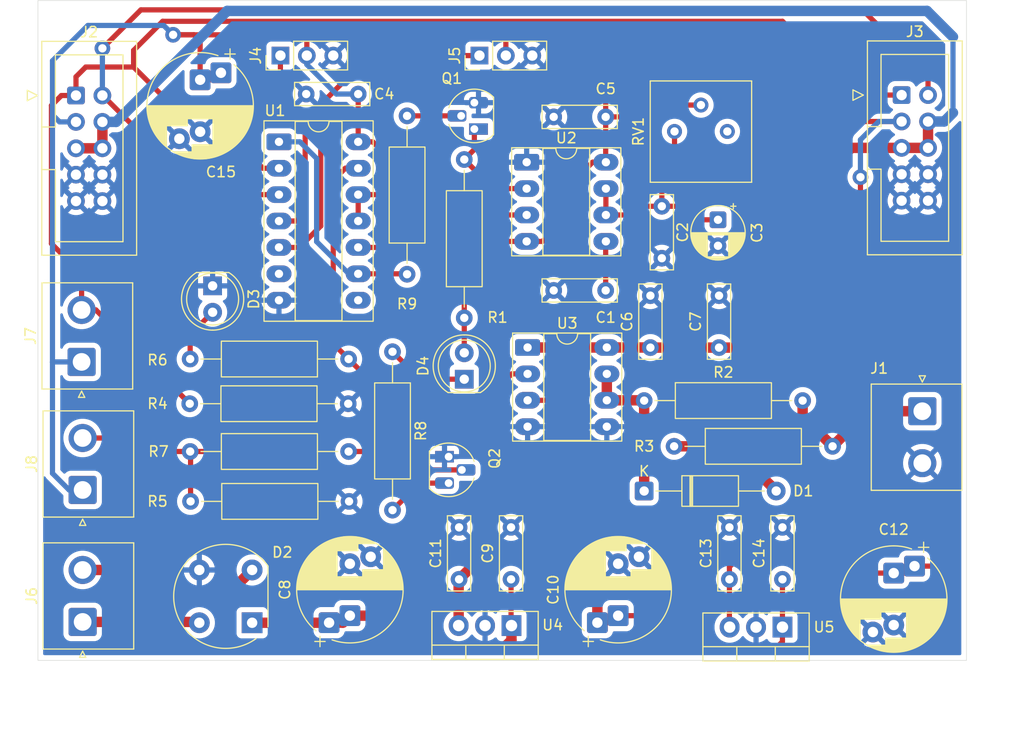
<source format=kicad_pcb>
(kicad_pcb (version 20241229) (generator "pcbnew") (generator_version "9.0")
  (layers (0 "F.Cu" signal) (2 "B.Cu" signal) (13 "F.Paste" user) (15 "B.Paste" user) (5 "F.SilkS" user "F.Silkscreen") (7 "B.SilkS" user "B.Silkscreen") (1 "F.Mask" user) (3 "B.Mask" user) (25 "Edge.Cuts" user))
  (net 0 "")
  (net 1 "Net-(U2-CV)")
  (net 2 "GND")
  (net 3 "Net-(U2-DIS)")
  (net 4 "VDD")
  (net 5 "Net-(D2-+)")
  (net 6 "+5V")
  (net 7 "Net-(D1-A)")
  (net 8 "Net-(D1-K)")
  (net 9 "Net-(J6-Pin_1)")
  (net 10 "Net-(J6-Pin_2)")
  (net 11 "Net-(J1-Pin_1)")
  (net 12 "SAFETY")
  (net 13 "TRIGGER")
  (net 14 "LASER1")
  (net 15 "LASER2")
  (net 16 "Net-(Q1-C)")
  (net 17 "Net-(Q1-B)")
  (net 19 "Net-(U2-Q)")
  (net 20 "FIRE_PIN")
  (net 21 "Net-(D3-A)")
  (net 22 "Net-(D4-K)")
  (net 23 "Net-(Q2-E)")
  (net 24 "Net-(Q2-B)")
  (net 25 "Net-(R9-Pad1)")
  (footprint "Package_DIP:DIP-8_W7.62mm_Socket_LongPads" (layer "F.Cu") (at 115.59 61.59)
    (property "Reference" "U3" (at 3.81 -2.33 0) (layer "F.SilkS"))
    (property "Value" "FAN3122xMX")
    (pad "1" thru_hole roundrect (at 0 0) (size 2.4 1.6) (drill 0.8) (layers "*.Cu" "*.Mask") (roundrect_rratio 0.15625) (net 4 "VDD"))
    (pad "2" thru_hole oval (at 0 2.54) (size 2.4 1.6) (drill 0.8) (layers "*.Cu" "*.Mask") (net 20 "FIRE_PIN"))
    (pad "3" thru_hole oval (at 0 5.08) (size 2.4 1.6) (drill 0.8) (layers "*.Cu" "*.Mask") (net 4 "VDD"))
    (pad "4" thru_hole oval (at 0 7.62) (size 2.4 1.6) (drill 0.8) (layers "*.Cu" "*.Mask") (net 2 "GND"))
    (pad "5" thru_hole oval (at 7.62 7.62) (size 2.4 1.6) (drill 0.8) (layers "*.Cu" "*.Mask") (net 2 "GND"))
    (pad "6" thru_hole oval (at 7.62 5.08) (size 2.4 1.6) (drill 0.8) (layers "*.Cu" "*.Mask") (net 8 "Net-(D1-K)"))
    (pad "7" thru_hole oval (at 7.62 2.54) (size 2.4 1.6) (drill 0.8) (layers "*.Cu" "*.Mask") (net 8 "Net-(D1-K)"))
    (pad "8" thru_hole oval (at 7.62 0) (size 2.4 1.6) (drill 0.8) (layers "*.Cu" "*.Mask") (net 4 "VDD"))
  )
  (footprint "Capacitor_THT:CP_Radial_D10.0mm_P5.00mm_P7.50mm" (layer "F.Cu") (at 98.5 87.4 90)
    (property "Reference" "C8" (at 2.5 -6.25 90) (layer "F.SilkS"))
    (property "Value" "1000uF")
    (pad "1" thru_hole roundrect (at -0.672144 -2 90) (size 2 2) (drill 1) (layers "*.Cu" "*.Mask") (roundrect_rratio 0.125) (net 5 "Net-(D2-+)"))
    (pad "1" thru_hole roundrect (at 0 0 90) (size 2 2) (drill 1) (layers "*.Cu" "*.Mask") (roundrect_rratio 0.125) (net 5 "Net-(D2-+)"))
    (pad "2" thru_hole circle (at 5 0 90) (size 2 2) (drill 1) (layers "*.Cu" "*.Mask") (net 2 "GND"))
    (pad "2" thru_hole circle (at 5.672144 2 90) (size 2 2) (drill 1) (layers "*.Cu" "*.Mask") (net 2 "GND"))
  )
  (footprint "Capacitor_THT:C_Rect_L7.0mm_W2.0mm_P5.00mm" (layer "F.Cu") (at 128.5 48 -90)
    (property "Reference" "C2" (at 2.5 -2 90) (layer "F.SilkS"))
    (property "Value" "C")
    (pad "1" thru_hole circle (at 0 0 270) (size 1.6 1.6) (drill 0.8) (layers "*.Cu" "*.Mask") (net 3 "Net-(U2-DIS)"))
    (pad "2" thru_hole circle (at 5 0 270) (size 1.6 1.6) (drill 0.8) (layers "*.Cu" "*.Mask") (net 2 "GND"))
  )
  (footprint "LED_THT:LED_D5.0mm" (layer "F.Cu") (at 85.3 55.66 -90)
    (property "Reference" "D3" (at 1.27 -3.96 90) (layer "F.SilkS"))
    (property "Value" "LED")
    (pad "1" thru_hole rect (at 0 0 270) (size 1.8 1.8) (drill 0.9) (layers "*.Cu" "*.Mask") (net 2 "GND"))
    (pad "2" thru_hole circle (at 2.54 0 270) (size 1.8 1.8) (drill 0.9) (layers "*.Cu" "*.Mask") (net 21 "Net-(D3-A)"))
  )
  (footprint "Connector_JST:JST_NV_B02P-NV_1x02_P5.00mm_Vertical" (layer "F.Cu") (at 72.7 62.9775 90)
    (property "Reference" "J7" (at 2.5 -4.9 90) (layer "F.SilkS"))
    (property "Value" "Conn_01x02")
    (pad "1" thru_hole roundrect (at 0 0 90) (size 2.7 2.7) (drill 1.7) (layers "*.Cu" "*.Mask") (roundrect_rratio 0.092593) (net 6 "+5V"))
    (pad "2" thru_hole circle (at 5 0 90) (size 2.7 2.7) (drill 1.7) (layers "*.Cu" "*.Mask") (net 13 "TRIGGER"))
  )
  (footprint "Package_DIP:CERDIP-14_W7.62mm_SideBrazed_LongPads_Socket" (layer "F.Cu") (at 91.68 41.8)
    (property "Reference" "U1" (at -0.38 -3 0) (layer "F.SilkS"))
    (property "Value" "4082")
    (pad "1" thru_hole roundrect (at 0 0) (size 2.4 1.6) (drill 0.8) (layers "*.Cu" "*.Mask") (roundrect_rratio 0.15625) (net 25 "Net-(R9-Pad1)"))
    (pad "2" thru_hole oval (at 0 2.54) (size 2.4 1.6) (drill 0.8) (layers "*.Cu" "*.Mask") (net 13 "TRIGGER"))
    (pad "3" thru_hole oval (at 0 5.08) (size 2.4 1.6) (drill 0.8) (layers "*.Cu" "*.Mask") (net 12 "SAFETY"))
    (pad "4" thru_hole oval (at 0 7.62) (size 2.4 1.6) (drill 0.8) (layers "*.Cu" "*.Mask") (net 14 "LASER1"))
    (pad "5" thru_hole oval (at 0 10.16) (size 2.4 1.6) (drill 0.8) (layers "*.Cu" "*.Mask") (net 15 "LASER2"))
    (pad "6" thru_hole oval (at 0 12.7) (size 2.4 1.6) (drill 0.8) (layers "*.Cu" "*.Mask"))
    (pad "7" thru_hole oval (at 0 15.24) (size 2.4 1.6) (drill 0.8) (layers "*.Cu" "*.Mask") (net 2 "GND"))
    (pad "8" thru_hole oval (at 7.62 15.24) (size 2.4 1.6) (drill 0.8) (layers "*.Cu" "*.Mask"))
    (pad "9" thru_hole oval (at 7.62 12.7) (size 2.4 1.6) (drill 0.8) (layers "*.Cu" "*.Mask") (net 25 "Net-(R9-Pad1)"))
    (pad "10" thru_hole oval (at 7.62 10.16) (size 2.4 1.6) (drill 0.8) (layers "*.Cu" "*.Mask") (net 19 "Net-(U2-Q)"))
    (pad "11" thru_hole oval (at 7.62 7.62) (size 2.4 1.6) (drill 0.8) (layers "*.Cu" "*.Mask") (net 6 "+5V"))
    (pad "12" thru_hole oval (at 7.62 5.08) (size 2.4 1.6) (drill 0.8) (layers "*.Cu" "*.Mask") (net 6 "+5V"))
    (pad "13" thru_hole oval (at 7.62 2.54) (size 2.4 1.6) (drill 0.8) (layers "*.Cu" "*.Mask") (net 20 "FIRE_PIN"))
    (pad "14" thru_hole oval (at 7.62 0) (size 2.4 1.6) (drill 0.8) (layers "*.Cu" "*.Mask") (net 6 "+5V"))
  )
  (footprint "Package_TO_SOT_THT:TO-220-3_Vertical" (layer "F.Cu") (at 140.1 88.5 180)
    (property "Reference" "U5" (at -4 0 0) (layer "F.SilkS"))
    (property "Value" "L7805")
    (pad "1" thru_hole rect (at 0 0 180) (size 1.905 2) (drill 1.1) (layers "*.Cu" "*.Mask") (net 4 "VDD"))
    (pad "2" thru_hole oval (at 2.54 0 180) (size 1.905 2) (drill 1.1) (layers "*.Cu" "*.Mask") (net 2 "GND"))
    (pad "3" thru_hole oval (at 5.08 0 180) (size 1.905 2) (drill 1.1) (layers "*.Cu" "*.Mask") (net 6 "+5V"))
  )
  (footprint "LED_THT:LED_D5.0mm" (layer "F.Cu") (at 109.5 64.64 90)
    (property "Reference" "D4" (at 1.27 -3.96 90) (layer "F.SilkS"))
    (property "Value" "LED")
    (pad "1" thru_hole rect (at 0 0 90) (size 1.8 1.8) (drill 0.9) (layers "*.Cu" "*.Mask") (net 22 "Net-(D4-K)"))
    (pad "2" thru_hole circle (at 2.54 0 90) (size 1.8 1.8) (drill 0.9) (layers "*.Cu" "*.Mask") (net 6 "+5V"))
  )
  (footprint "Capacitor_THT:C_Rect_L7.0mm_W2.0mm_P5.00mm" (layer "F.Cu") (at 123.1 56.1 180)
    (property "Reference" "C1" (at 0 -2.6 0) (layer "F.SilkS"))
    (property "Value" "10nF")
    (pad "1" thru_hole circle (at 0 0 180) (size 1.6 1.6) (drill 0.8) (layers "*.Cu" "*.Mask") (net 1 "Net-(U2-CV)"))
    (pad "2" thru_hole circle (at 5 0 180) (size 1.6 1.6) (drill 0.8) (layers "*.Cu" "*.Mask") (net 2 "GND"))
  )
  (footprint "Resistor_THT:R_Axial_DIN0309_L9.0mm_D3.2mm_P15.24mm_Horizontal" (layer "F.Cu") (at 126.8 66.7)
    (property "Reference" "R2" (at 7.62 -2.72 0) (layer "F.SilkS"))
    (property "Value" "10R")
    (pad "1" thru_hole circle (at 0 0) (size 1.6 1.6) (drill 0.8) (layers "*.Cu" "*.Mask") (net 8 "Net-(D1-K)"))
    (pad "2" thru_hole circle (at 15.24 0) (size 1.6 1.6) (drill 0.8) (layers "*.Cu" "*.Mask") (net 11 "Net-(J1-Pin_1)"))
  )
  (footprint "Capacitor_THT:C_Rect_L7.0mm_W2.0mm_P5.00mm" (layer "F.Cu") (at 140.1 83.9 90)
    (property "Reference" "C14" (at 2.5 -2.25 90) (layer "F.SilkS"))
    (property "Value" "100nF")
    (pad "1" thru_hole circle (at 0 0 90) (size 1.6 1.6) (drill 0.8) (layers "*.Cu" "*.Mask") (net 4 "VDD"))
    (pad "2" thru_hole circle (at 5 0 90) (size 1.6 1.6) (drill 0.8) (layers "*.Cu" "*.Mask") (net 2 "GND"))
  )
  (footprint "Capacitor_THT:C_Rect_L7.0mm_W2.0mm_P5.00mm" (layer "F.Cu") (at 135 83.9 90)
    (property "Reference" "C13" (at 2.5 -2.25 90) (layer "F.SilkS"))
    (property "Value" "100nF")
    (pad "1" thru_hole circle (at 0 0 90) (size 1.6 1.6) (drill 0.8) (layers "*.Cu" "*.Mask") (net 6 "+5V"))
    (pad "2" thru_hole circle (at 5 0 90) (size 1.6 1.6) (drill 0.8) (layers "*.Cu" "*.Mask") (net 2 "GND"))
  )
  (footprint "Capacitor_THT:CP_Radial_D10.0mm_P5.00mm_P7.50mm" (layer "F.Cu") (at 124.3 87.4 90)
    (property "Reference" "C10" (at 2.5 -6.25 90) (layer "F.SilkS"))
    (property "Value" "1000uF")
    (pad "1" thru_hole roundrect (at -0.672144 -2 90) (size 2 2) (drill 1) (layers "*.Cu" "*.Mask") (roundrect_rratio 0.125) (net 4 "VDD"))
    (pad "1" thru_hole roundrect (at 0 0 90) (size 2 2) (drill 1) (layers "*.Cu" "*.Mask") (roundrect_rratio 0.125) (net 4 "VDD"))
    (pad "2" thru_hole circle (at 5 0 90) (size 2 2) (drill 1) (layers "*.Cu" "*.Mask") (net 2 "GND"))
    (pad "2" thru_hole circle (at 5.672144 2 90) (size 2 2) (drill 1) (layers "*.Cu" "*.Mask") (net 2 "GND"))
  )
  (footprint "Capacitor_THT:C_Rect_L7.0mm_W2.0mm_P5.00mm" (layer "F.Cu") (at 123.1 39.4 180)
    (property "Reference" "C5" (at 0 2.7 0) (layer "F.SilkS"))
    (property "Value" "100nF")
    (pad "1" thru_hole circle (at 0 0 180) (size 1.6 1.6) (drill 0.8) (layers "*.Cu" "*.Mask") (net 6 "+5V"))
    (pad "2" thru_hole circle (at 5 0 180) (size 1.6 1.6) (drill 0.8) (layers "*.Cu" "*.Mask") (net 2 "GND"))
  )
  (footprint "Resistor_THT:R_Axial_DIN0309_L9.0mm_D3.2mm_P15.24mm_Horizontal" (layer "F.Cu") (at 104 54.54 90)
    (property "Reference" "R9" (at -2.86 0 180) (layer "F.SilkS"))
    (property "Value" "10K")
    (pad "1" thru_hole circle (at 0 0 90) (size 1.6 1.6) (drill 0.8) (layers "*.Cu" "*.Mask") (net 25 "Net-(R9-Pad1)"))
    (pad "2" thru_hole circle (at 15.24 0 90) (size 1.6 1.6) (drill 0.8) (layers "*.Cu" "*.Mask") (net 17 "Net-(Q1-B)"))
  )
  (footprint "Diode_THT:Diode_Bridge_Round_D9.8mm" (layer "F.Cu") (at 89.1 88.08 180)
    (property "Reference" "D2" (at -2.9 6.78 0) (layer "F.SilkS"))
    (property "Value" "W01G")
    (pad "1" thru_hole rect (at 0 0 180) (size 2 2) (drill 1) (layers "*.Cu" "*.Mask") (net 5 "Net-(D2-+)"))
    (pad "2" thru_hole oval (at 0 5.08 180) (size 2 2) (drill 1) (layers "*.Cu" "*.Mask") (net 10 "Net-(J6-Pin_2)"))
    (pad "3" thru_hole oval (at 5.08 5.08 180) (size 2 2) (drill 1) (layers "*.Cu" "*.Mask") (net 2 "GND"))
    (pad "4" thru_hole oval (at 5.08 0 180) (size 2 2) (drill 1) (layers "*.Cu" "*.Mask") (net 9 "Net-(J6-Pin_1)"))
  )
  (footprint "Capacitor_THT:C_Rect_L7.0mm_W2.0mm_P5.00mm" (layer "F.Cu") (at 109 83.9 90)
    (property "Reference" "C11" (at 2.5 -2.25 90) (layer "F.SilkS"))
    (property "Value" "100nF")
    (pad "1" thru_hole circle (at 0 0 90) (size 1.6 1.6) (drill 0.8) (layers "*.Cu" "*.Mask") (net 4 "VDD"))
    (pad "2" thru_hole circle (at 5 0 90) (size 1.6 1.6) (drill 0.8) (layers "*.Cu" "*.Mask") (net 2 "GND"))
  )
  (footprint "Resistor_THT:R_Axial_DIN0309_L9.0mm_D3.2mm_P15.24mm_Horizontal" (layer "F.Cu") (at 109.5 58.74 90)
    (property "Reference" "R1" (at 0.04 3.2 180) (layer "F.SilkS"))
    (property "Value" "10K")
    (pad "1" thru_hole circle (at 0 0 90) (size 1.6 1.6) (drill 0.8) (layers "*.Cu" "*.Mask") (net 6 "+5V"))
    (pad "2" thru_hole circle (at 15.24 0 90) (size 1.6 1.6) (drill 0.8) (layers "*.Cu" "*.Mask") (net 16 "Net-(Q1-C)"))
  )
  (footprint "Connector_PinHeader_2.54mm:PinHeader_1x03_P2.54mm_Vertical" (layer "F.Cu") (at 91.82 33.5 90)
    (property "Reference" "J4" (at 0 -2.38 90) (layer "F.SilkS"))
    (property "Value" "Conn_01x03")
    (pad "1" thru_hole rect (at 0 0 90) (size 1.7 1.7) (drill 1) (layers "*.Cu" "*.Mask") (net 14 "LASER1"))
    (pad "2" thru_hole circle (at 0 2.54 90) (size 1.7 1.7) (drill 1) (layers "*.Cu" "*.Mask") (net 6 "+5V"))
    (pad "3" thru_hole circle (at 0 5.08 90) (size 1.7 1.7) (drill 1) (layers "*.Cu" "*.Mask") (net 2 "GND"))
  )
  (footprint "Package_TO_SOT_THT:TO-92_HandSolder" (layer "F.Cu") (at 108 72.1 -90)
    (property "Reference" "Q2" (at 0.17 -4.42 90) (layer "F.SilkS"))
    (property "Value" "BC558")
    (pad "1" thru_hole rect (at 0 0 270) (size 1.1 1.8) (drill 0.75 (offset 0 0.4)) (layers "*.Cu" "*.Mask") (net 2 "GND"))
    (pad "2" thru_hole roundrect (at 1.27 -1.27 270) (size 1.1 1.8) (drill 0.75 (offset 0 -0.4)) (layers "*.Cu" "*.Mask") (net 24 "Net-(Q2-B)"))
    (pad "3" thru_hole roundrect (at 2.54 0 270) (size 1.1 1.8) (drill 0.75 (offset 0 0.4)) (layers "*.Cu" "*.Mask") (net 23 "Net-(Q2-E)"))
  )
  (footprint "Capacitor_THT:CP_Radial_D5.0mm_P2.50mm" (layer "F.Cu") (at 133.9 49.3 -90)
    (property "Reference" "C3" (at 1.25 -3.75 90) (layer "F.SilkS"))
    (property "Value" "1uF")
    (pad "1" thru_hole roundrect (at 0 0 270) (size 1.6 1.6) (drill 0.8) (layers "*.Cu" "*.Mask") (roundrect_rratio 0.15625) (net 3 "Net-(U2-DIS)"))
    (pad "2" thru_hole circle (at 2.5 0 270) (size 1.6 1.6) (drill 0.8) (layers "*.Cu" "*.Mask") (net 2 "GND"))
  )
  (footprint "Package_TO_SOT_THT:TO-92_HandSolder" (layer "F.Cu") (at 110.47 40.57 90)
    (property "Reference" "Q1" (at 4.87 -2.17 180) (layer "F.SilkS"))
    (property "Value" "BC547")
    (pad "1" thru_hole rect (at 0 0 90) (size 1.1 1.8) (drill 0.75 (offset 0 0.4)) (layers "*.Cu" "*.Mask") (net 16 "Net-(Q1-C)"))
    (pad "2" thru_hole roundrect (at 1.27 -1.27 90) (size 1.1 1.8) (drill 0.75 (offset 0 -0.4)) (layers "*.Cu" "*.Mask") (net 17 "Net-(Q1-B)"))
    (pad "3" thru_hole roundrect (at 2.54 0 90) (size 1.1 1.8) (drill 0.75 (offset 0 0.4)) (layers "*.Cu" "*.Mask") (net 2 "GND"))
  )
  (footprint "Resistor_THT:R_Axial_DIN0309_L9.0mm_D3.2mm_P15.24mm_Horizontal" (layer "F.Cu") (at 83.14 71.6)
    (property "Reference" "R7" (at -3.04 0 0) (layer "F.SilkS"))
    (property "Value" "10K")
    (pad "1" thru_hole circle (at 0 0) (size 1.6 1.6) (drill 0.8) (layers "*.Cu" "*.Mask") (net 12 "SAFETY"))
    (pad "2" thru_hole circle (at 15.24 0) (size 1.6 1.6) (drill 0.8) (layers "*.Cu" "*.Mask") (net 24 "Net-(Q2-B)"))
  )
  (footprint "Package_TO_SOT_THT:TO-220-3_Vertical" (layer "F.Cu") (at 114.04 88.35 180)
    (property "Reference" "U4" (at -3.96 0.05 0) (layer "F.SilkS"))
    (property "Value" "L7815")
    (pad "1" thru_hole rect (at 0 0 180) (size 1.905 2) (drill 1.1) (layers "*.Cu" "*.Mask") (net 5 "Net-(D2-+)"))
    (pad "2" thru_hole oval (at 2.54 0 180) (size 1.905 2) (drill 1.1) (layers "*.Cu" "*.Mask") (net 2 "GND"))
    (pad "3" thru_hole oval (at 5.08 0 180) (size 1.905 2) (drill 1.1) (layers "*.Cu" "*.Mask") (net 4 "VDD"))
  )
  (footprint "Resistor_THT:R_Axial_DIN0309_L9.0mm_D3.2mm_P15.24mm_Horizontal" (layer "F.Cu") (at 83.18 76.4)
    (property "Reference" "R5" (at -3.18 0 0) (layer "F.SilkS"))
    (property "Value" "10K")
    (pad "1" thru_hole circle (at 0 0) (size 1.6 1.6) (drill 0.8) (layers "*.Cu" "*.Mask") (net 12 "SAFETY"))
    (pad "2" thru_hole circle (at 15.24 0) (size 1.6 1.6) (drill 0.8) (layers "*.Cu" "*.Mask") (net 2 "GND"))
  )
  (footprint "Connector_JST:JST_NV_B02P-NV_1x02_P5.00mm_Vertical" (layer "F.Cu") (at 153.55 67.7225 -90)
    (property "Reference" "J1" (at -4.1225 4.15 180) (layer "F.SilkS"))
    (property "Value" "Conn_01x02")
    (pad "1" thru_hole roundrect (at 0 0 270) (size 2.7 2.7) (drill 1.7) (layers "*.Cu" "*.Mask") (roundrect_rratio 0.092593) (net 11 "Net-(J1-Pin_1)"))
    (pad "2" thru_hole circle (at 5 0 270) (size 2.7 2.7) (drill 1.7) (layers "*.Cu" "*.Mask") (net 2 "GND"))
  )
  (footprint "Capacitor_THT:CP_Radial_D10.0mm_P5.00mm_P7.50mm" (layer "F.Cu") (at 150.8 83.3 -90)
    (property "Reference" "C12" (at -4.2 0 180) (layer "F.SilkS"))
    (property "Value" "1000uF")
    (pad "1" thru_hole roundrect (at -0.672144 -2 270) (size 2 2) (drill 1) (layers "*.Cu" "*.Mask") (roundrect_rratio 0.125) (net 6 "+5V"))
    (pad "1" thru_hole roundrect (at 0 0 270) (size 2 2) (drill 1) (layers "*.Cu" "*.Mask") (roundrect_rratio 0.125) (net 6 "+5V"))
    (pad "2" thru_hole circle (at 5 0 270) (size 2 2) (drill 1) (layers "*.Cu" "*.Mask") (net 2 "GND"))
    (pad "2" thru_hole circle (at 5.672144 2 270) (size 2 2) (drill 1) (layers "*.Cu" "*.Mask") (net 2 "GND"))
  )
  (footprint "Capacitor_THT:C_Rect_L7.0mm_W2.0mm_P5.00mm" (layer "F.Cu") (at 134 61.6 90)
    (property "Reference" "C7" (at 2.5 -2.25 90) (layer "F.SilkS"))
    (property "Value" "10uF Tantal")
    (pad "1" thru_hole circle (at 0 0 90) (size 1.6 1.6) (drill 0.8) (layers "*.Cu" "*.Mask") (net 4 "VDD"))
    (pad "2" thru_hole circle (at 5 0 90) (size 1.6 1.6) (drill 0.8) (layers "*.Cu" "*.Mask") (net 2 "GND"))
  )
  (footprint "Connector_PinHeader_2.54mm:PinHeader_1x03_P2.54mm_Vertical" (layer "F.Cu") (at 110.96 33.5 90)
    (property "Reference" "J5" (at 0 -2.38 90) (layer "F.SilkS"))
    (property "Value" "Conn_01x03")
    (pad "1" thru_hole rect (at 0 0 90) (size 1.7 1.7) (drill 1) (layers "*.Cu" "*.Mask") (net 15 "LASER2"))
    (pad "2" thru_hole circle (at 0 2.54 90) (size 1.7 1.7) (drill 1) (layers "*.Cu" "*.Mask") (net 6 "+5V"))
    (pad "3" thru_hole circle (at 0 5.08 90) (size 1.7 1.7) (drill 1) (layers "*.Cu" "*.Mask") (net 2 "GND"))
  )
  (footprint "Capacitor_THT:C_Rect_L7.0mm_W2.0mm_P5.00mm" (layer "F.Cu") (at 114 83.9 90)
    (property "Reference" "C9" (at 2.5 -2.25 90) (layer "F.SilkS"))
    (property "Value" "100nF")
    (pad "1" thru_hole circle (at 0 0 90) (size 1.6 1.6) (drill 0.8) (layers "*.Cu" "*.Mask") (net 5 "Net-(D2-+)"))
    (pad "2" thru_hole circle (at 5 0 90) (size 1.6 1.6) (drill 0.8) (layers "*.Cu" "*.Mask") (net 2 "GND"))
  )
  (footprint "Connector_IDC:IDC-Header_2x05_P2.54mm_Vertical" (layer "F.Cu") (at 72.16 37.34)
    (property "Reference" "J2" (at 1.27 -6.1 0) (layer "F.SilkS"))
    (property "Value" "Conn_02x05_Odd_Even")
    (pad "1" thru_hole roundrect (at 0 0) (size 1.7 1.7) (drill 1) (layers "*.Cu" "*.Mask") (roundrect_rratio 0.147059) (net 13 "TRIGGER"))
    (pad "2" thru_hole circle (at 2.54 0) (size 1.7 1.7) (drill 1) (layers "*.Cu" "*.Mask") (net 12 "SAFETY"))
    (pad "3" thru_hole circle (at 0 2.54) (size 1.7 1.7) (drill 1) (layers "*.Cu" "*.Mask") (net 6 "+5V"))
    (pad "4" thru_hole circle (at 2.54 2.54) (size 1.7 1.7) (drill 1) (layers "*.Cu" "*.Mask") (net 4 "VDD"))
    (pad "5" thru_hole circle (at 0 5.08) (size 1.7 1.7) (drill 1) (layers "*.Cu" "*.Mask") (net 4 "VDD"))
    (pad "6" thru_hole circle (at 2.54 5.08) (size 1.7 1.7) (drill 1) (layers "*.Cu" "*.Mask") (net 4 "VDD"))
    (pad "7" thru_hole circle (at 0 7.62) (size 1.7 1.7) (drill 1) (layers "*.Cu" "*.Mask") (net 2 "GND"))
    (pad "8" thru_hole circle (at 2.54 7.62) (size 1.7 1.7) (drill 1) (layers "*.Cu" "*.Mask") (net 2 "GND"))
    (pad "9" thru_hole circle (at 0 10.16) (size 1.7 1.7) (drill 1) (layers "*.Cu" "*.Mask") (net 2 "GND"))
    (pad "10" thru_hole circle (at 2.54 10.16) (size 1.7 1.7) (drill 1) (layers "*.Cu" "*.Mask") (net 2 "GND"))
  )
  (footprint "Connector_JST:JST_NV_B02P-NV_1x02_P5.00mm_Vertical" (layer "F.Cu") (at 72.8 75.3 90)
    (property "Reference" "J8" (at 2.5 -4.9 90) (layer "F.SilkS"))
    (property "Value" "Conn_01x02")
    (pad "1" thru_hole roundrect (at 0 0 90) (size 2.7 2.7) (drill 1.7) (layers "*.Cu" "*.Mask") (roundrect_rratio 0.092593) (net 6 "+5V"))
    (pad "2" thru_hole circle (at 5 0 90) (size 2.7 2.7) (drill 1.7) (layers "*.Cu" "*.Mask") (net 12 "SAFETY"))
  )
  (footprint "Capacitor_THT:CP_Radial_D10.0mm_P5.00mm_P7.50mm" (layer "F.Cu") (at 84.1 35.827856 -90)
    (property "Reference" "C15" (at 8.872144 -2 180) (layer "F.SilkS"))
    (property "Value" "1000uF")
    (pad "1" thru_hole roundrect (at -0.672144 -2 270) (size 2 2) (drill 1) (layers "*.Cu" "*.Mask") (roundrect_rratio 0.125) (net 6 "+5V"))
    (pad "1" thru_hole roundrect (at 0 0 270) (size 2 2) (drill 1) (layers "*.Cu" "*.Mask") (roundrect_rratio 0.125) (net 6 "+5V"))
    (pad "2" thru_hole circle (at 5 0 270) (size 2 2) (drill 1) (layers "*.Cu" "*.Mask") (net 2 "GND"))
    (pad "2" thru_hole circle (at 5.672144 2 270) (size 2 2) (drill 1) (layers "*.Cu" "*.Mask") (net 2 "GND"))
  )
  (footprint "Connector_IDC:IDC-Header_2x05_P2.54mm_Vertical" (layer "F.Cu") (at 151.56 37.3)
    (property "Reference" "J3" (at 1.27 -6.1 0) (layer "F.SilkS"))
    (property "Value" "Conn_02x05_Odd_Even")
    (pad "1" thru_hole roundrect (at 0 0) (size 1.7 1.7) (drill 1) (layers "*.Cu" "*.Mask") (roundrect_rratio 0.147059) (net 13 "TRIGGER"))
    (pad "2" thru_hole circle (at 2.54 0) (size 1.7 1.7) (drill 1) (layers "*.Cu" "*.Mask") (net 12 "SAFETY"))
    (pad "3" thru_hole circle (at 0 2.54) (size 1.7 1.7) (drill 1) (layers "*.Cu" "*.Mask") (net 6 "+5V"))
    (pad "4" thru_hole circle (at 2.54 2.54) (size 1.7 1.7) (drill 1) (layers "*.Cu" "*.Mask") (net 4 "VDD"))
    (pad "5" thru_hole circle (at 0 5.08) (size 1.7 1.7) (drill 1) (layers "*.Cu" "*.Mask") (net 4 "VDD"))
    (pad "6" thru_hole circle (at 2.54 5.08) (size 1.7 1.7) (drill 1) (layers "*.Cu" "*.Mask") (net 4 "VDD"))
    (pad "7" thru_hole circle (at 0 7.62) (size 1.7 1.7) (drill 1) (layers "*.Cu" "*.Mask") (net 2 "GND"))
    (pad "8" thru_hole circle (at 2.54 7.62) (size 1.7 1.7) (drill 1) (layers "*.Cu" "*.Mask") (net 2 "GND"))
    (pad "9" thru_hole circle (at 0 10.16) (size 1.7 1.7) (drill 1) (layers "*.Cu" "*.Mask") (net 2 "GND"))
    (pad "10" thru_hole circle (at 2.54 10.16) (size 1.7 1.7) (drill 1) (layers "*.Cu" "*.Mask") (net 2 "GND"))
  )
  (footprint "Connector_JST:JST_NV_B02P-NV_1x02_P5.00mm_Vertical" (layer "F.Cu") (at 72.8 88 90)
    (property "Reference" "J6" (at 2.5 -4.9 90) (layer "F.SilkS"))
    (property "Value" "Conn_01x02")
    (pad "1" thru_hole roundrect (at 0 0 90) (size 2.7 2.7) (drill 1.7) (layers "*.Cu" "*.Mask") (roundrect_rratio 0.092593) (net 9 "Net-(J6-Pin_1)"))
    (pad "2" thru_hole circle (at 5 0 90) (size 2.7 2.7) (drill 1.7) (layers "*.Cu" "*.Mask") (net 10 "Net-(J6-Pin_2)"))
  )
  (footprint "Resistor_THT:R_Axial_DIN0309_L9.0mm_D3.2mm_P15.24mm_Horizontal" (layer "F.Cu") (at 83.1 67)
    (property "Reference" "R4" (at -3.1 0 0) (layer "F.SilkS"))
    (property "Value" "10K")
    (pad "1" thru_hole circle (at 0 0) (size 1.6 1.6) (drill 0.8) (layers "*.Cu" "*.Mask") (net 13 "TRIGGER"))
    (pad "2" thru_hole circle (at 15.24 0) (size 1.6 1.6) (drill 0.8) (layers "*.Cu" "*.Mask") (net 2 "GND"))
  )
  (footprint "Package_DIP:DIP-8_W7.62mm_Socket_LongPads" (layer "F.Cu") (at 115.5 43.76)
    (property "Reference" "U2" (at 3.81 -2.33 0) (layer "F.SilkS"))
    (property "Value" "LM555xN")
    (pad "1" thru_hole roundrect (at 0 0) (size 2.4 1.6) (drill 0.8) (layers "*.Cu" "*.Mask") (roundrect_rratio 0.15625) (net 2 "GND"))
    (pad "2" thru_hole oval (at 0 2.54) (size 2.4 1.6) (drill 0.8) (layers "*.Cu" "*.Mask") (net 16 "Net-(Q1-C)"))
    (pad "3" thru_hole oval (at 0 5.08) (size 2.4 1.6) (drill 0.8) (layers "*.Cu" "*.Mask") (net 19 "Net-(U2-Q)"))
    (pad "4" thru_hole oval (at 0 7.62) (size 2.4 1.6) (drill 0.8) (layers "*.Cu" "*.Mask") (net 6 "+5V"))
    (pad "5" thru_hole oval (at 7.62 7.62) (size 2.4 1.6) (drill 0.8) (layers "*.Cu" "*.Mask") (net 1 "Net-(U2-CV)"))
    (pad "6" thru_hole oval (at 7.62 5.08) (size 2.4 1.6) (drill 0.8) (layers "*.Cu" "*.Mask") (net 3 "Net-(U2-DIS)"))
    (pad "7" thru_hole oval (at 7.62 2.54) (size 2.4 1.6) (drill 0.8) (layers "*.Cu" "*.Mask") (net 3 "Net-(U2-DIS)"))
    (pad "8" thru_hole oval (at 7.62 0) (size 2.4 1.6) (drill 0.8) (layers "*.Cu" "*.Mask") (net 6 "+5V"))
  )
  (footprint "Resistor_THT:R_Axial_DIN0309_L9.0mm_D3.2mm_P15.24mm_Horizontal" (layer "F.Cu") (at 129.68 71.1)
    (property "Reference" "R3" (at -2.88 0 0) (layer "F.SilkS"))
    (property "Value" "10R")
    (pad "1" thru_hole circle (at 0 0) (size 1.6 1.6) (drill 0.8) (layers "*.Cu" "*.Mask") (net 7 "Net-(D1-A)"))
    (pad "2" thru_hole circle (at 15.24 0) (size 1.6 1.6) (drill 0.8) (layers "*.Cu" "*.Mask") (net 11 "Net-(J1-Pin_1)"))
  )
  (footprint "Capacitor_THT:C_Rect_L7.0mm_W2.0mm_P5.00mm" (layer "F.Cu") (at 127.4 61.6 90)
    (property "Reference" "C6" (at 2.5 -2.25 90) (layer "F.SilkS"))
    (property "Value" "100nF")
    (pad "1" thru_hole circle (at 0 0 90) (size 1.6 1.6) (drill 0.8) (layers "*.Cu" "*.Mask") (net 4 "VDD"))
    (pad "2" thru_hole circle (at 5 0 90) (size 1.6 1.6) (drill 0.8) (layers "*.Cu" "*.Mask") (net 2 "GND"))
  )
  (footprint "Resistor_THT:R_Axial_DIN0309_L9.0mm_D3.2mm_P15.24mm_Horizontal" (layer "F.Cu") (at 98.38 62.7 180)
    (property "Reference" "R6" (at 18.38 -0.1 0) (layer "F.SilkS"))
    (property "Value" "R")
    (pad "1" thru_hole circle (at 0 0 180) (size 1.6 1.6) (drill 0.8) (layers "*.Cu" "*.Mask") (net 20 "FIRE_PIN"))
    (pad "2" thru_hole circle (at 15.24 0 180) (size 1.6 1.6) (drill 0.8) (layers "*.Cu" "*.Mask") (net 21 "Net-(D3-A)"))
  )
  (footprint "Diode_THT:D_A-405_P12.70mm_Horizontal" (layer "F.Cu") (at 126.8 75.4)
    (property "Reference" "D1" (at 15.3 0 0) (layer "F.SilkS"))
    (property "Value" "1n5819")
    (fp_text user "K" (at 0 -1.9 0) (layer "F.SilkS"))
    (pad "1" thru_hole roundrect (at 0 0) (size 1.8 1.8) (drill 0.9) (layers "*.Cu" "*.Mask") (roundrect_rratio 0.138889) (net 8 "Net-(D1-K)"))
    (pad "2" thru_hole circle (at 12.7 0) (size 1.8 1.8) (drill 0.9) (layers "*.Cu" "*.Mask") (net 7 "Net-(D1-A)"))
  )
  (footprint "Capacitor_THT:C_Rect_L7.0mm_W2.0mm_P5.00mm" (layer "F.Cu") (at 99.3 37.2 180)
    (property "Reference" "C4" (at -2.5 0 0) (layer "F.SilkS"))
    (property "Value" "100nF")
    (pad "1" thru_hole circle (at 0 0 180) (size 1.6 1.6) (drill 0.8) (layers "*.Cu" "*.Mask") (net 6 "+5V"))
    (pad "2" thru_hole circle (at 5 0 180) (size 1.6 1.6) (drill 0.8) (layers "*.Cu" "*.Mask") (net 2 "GND"))
  )
  (footprint "Resistor_THT:R_Axial_DIN0309_L9.0mm_D3.2mm_P15.24mm_Horizontal" (layer "F.Cu") (at 102.6 62 -90)
    (property "Reference" "R8" (at 7.62 -2.72 90) (layer "F.SilkS"))
    (property "Value" "R")
    (pad "1" thru_hole circle (at 0 0 270) (size 1.6 1.6) (drill 0.8) (layers "*.Cu" "*.Mask") (net 22 "Net-(D4-K)"))
    (pad "2" thru_hole circle (at 15.24 0 270) (size 1.6 1.6) (drill 0.8) (layers "*.Cu" "*.Mask") (net 23 "Net-(Q2-E)"))
  )
  (footprint "Potentiometer_THT:Potentiometer_Bourns_3386P_Vertical" (layer "F.Cu") (at 134.8 40.8 90)
    (property "Reference" "RV1" (at -0.015 -8.555 90) (layer "F.SilkS"))
    (property "Value" "100K")
    (pad "1" thru_hole circle (at 0 0 90) (size 1.44 1.44) (drill 0.8) (layers "*.Cu" "*.Mask"))
    (pad "2" thru_hole circle (at 2.54 -2.54 90) (size 1.44 1.44) (drill 0.8) (layers "*.Cu" "*.Mask") (net 6 "+5V"))
    (pad "3" thru_hole circle (at 0 -5.08 90) (size 1.44 1.44) (drill 0.8) (layers "*.Cu" "*.Mask") (net 3 "Net-(U2-DIS)"))
  )
  (gr_rect (start 68.5 28.2) (end 157.8 91.7) (stroke (width 0.05)) (fill no) (layer "Edge.Cuts"))
  (segment (start 123.1 51.4) (end 123.12 51.38) (width 0.5) (layer "F.Cu") (net 1))
  (segment (start 123.1 56.1) (end 123.1 51.4) (width 0.5) (layer "F.Cu") (net 1))
  (segment (start 129.72 40.8) (end 129.72 43.18) (width 0.5) (layer "F.Cu") (net 3))
  (segment (start 125.56 48.84) (end 126.4 48) (width 0.5) (layer "F.Cu") (net 3))
  (segment (start 123.12 48.84) (end 125.56 48.84) (width 0.5) (layer "F.Cu") (net 3))
  (segment (start 126.4 48) (end 128.5 48) (width 0.5) (layer "F.Cu") (net 3))
  (segment (start 129.72 43.18) (end 128.5 44.4) (width 0.5) (layer "F.Cu") (net 3))
  (segment (start 128.5 44.4) (end 128.5 48) (width 0.5) (layer "F.Cu") (net 3))
  (segment (start 128.5 48) (end 130.9 48) (width 0.5) (layer "F.Cu") (net 3))
  (segment (start 123.12 48.84) (end 123.12 46.3) (width 0.5) (layer "F.Cu") (net 3))
  (segment (start 132.2 49.3) (end 133.9 49.3) (width 0.5) (layer "F.Cu") (net 3))
  (segment (start 130.9 48) (end 132.2 49.3) (width 0.5) (layer "F.Cu") (net 3))
  (segment (start 118.3 81.3) (end 118.3 65.7) (width 1) (layer "F.Cu") (net 4))
  (segment (start 131.4 90.7) (end 139.3 90.7) (width 0.5) (layer "F.Cu") (net 4))
  (segment (start 122.3 85.3) (end 122.3 88.072144) (width 1) (layer "F.Cu") (net 4))
  (segment (start 127.4 61.6) (end 133.9 61.6) (width 1) (layer "F.Cu") (net 4))
  (segment (start 140.1 83.9) (end 140.1 88.5) (width 0.5) (layer "F.Cu") (net 4))
  (segment (start 128.1 87.4) (end 131.4 90.7) (width 0.5) (layer "F.Cu") (net 4))
  (segment (start 151.56 42.38) (end 154.1 42.38) (width 1) (layer "F.Cu") (net 4))
  (segment (start 108.96 83.94) (end 109 83.9) (width 1) (layer "F.Cu") (net 4))
  (segment (start 118.8 81.8) (end 122.3 85.3) (width 1) (layer "F.Cu") (net 4))
  (segment (start 133.9 61.6) (end 134 61.7) (width 1) (layer "F.Cu") (net 4))
  (segment (start 142.5 57.6) (end 138.5 61.6) (width 1) (layer "F.Cu") (net 4))
  (segment (start 118.7 61.59) (end 115.59 61.59) (width 1) (layer "F.Cu") (net 4))
  (segment (start 142.5 57.6) (end 142.5 46.6) (width 1) (layer "F.Cu") (net 4))
  (segment (start 117.33 66.67) (end 118.7 65.3) (width 0.5) (layer "F.Cu") (net 4))
  (segment (start 142.5 46.6) (end 146.72 42.38) (width 1) (layer "F.Cu") (net 4))
  (segment (start 138.5 61.6) (end 134 61.6) (width 1) (layer "F.Cu") (net 4))
  (segment (start 108.96 88.35) (end 108.96 83.94) (width 1) (layer "F.Cu") (net 4))
  (segment (start 118.7 61.59) (end 123.21 61.59) (width 1) (layer "F.Cu") (net 4))
  (segment (start 109 83.9) (end 111.6 81.3) (width 1) (layer "F.Cu") (net 4))
  (segment (start 139.3 90.7) (end 140.1 89.9) (width 0.5) (layer "F.Cu") (net 4))
  (segment (start 72.16 42.42) (end 74.7 42.42) (width 1) (layer "F.Cu") (net 4))
  (segment (start 140.1 89.9) (end 140.1 88.5) (width 0.5) (layer "F.Cu") (net 4))
  (segment (start 118.3 65.7) (end 118.7 65.3) (width 1) (layer "F.Cu") (net 4))
  (segment (start 111.6 81.3) (end 118.3 81.3) (width 1) (layer "F.Cu") (net 4))
  (segment (start 146.72 42.38) (end 151.56 42.38) (width 1) (layer "F.Cu") (net 4))
  (segment (start 74.7 42.42) (end 74.7 39.88) (width 1) (layer "F.Cu") (net 4))
  (segment (start 123.21 61.59) (end 127.39 61.59) (width 1) (layer "F.Cu") (net 4))
  (segment (start 118.5 65.5) (end 118.5 81.5) (width 0.5) (layer "F.Cu") (net 4))
  (segment (start 118.8 81.8) (end 118.3 81.3) (width 1) (layer "F.Cu") (net 4))
  (segment (start 127.39 61.59) (end 127.4 61.6) (width 1) (layer "F.Cu") (net 4))
  (segment (start 122.3 88.072144) (end 123.627856 88.072144) (width 0.5) (layer "F.Cu") (net 4))
  (segment (start 118.7 65.3) (end 118.7 61.59) (width 1) (layer "F.Cu") (net 4))
  (segment (start 118.7 65.3) (end 118.5 65.5) (width 0.5) (layer "F.Cu") (net 4))
  (segment (start 115.59 66.67) (end 117.33 66.67) (width 0.5) (layer "F.Cu") (net 4))
  (segment (start 154.1 42.38) (end 154.1 39.84) (width 1) (layer "F.Cu") (net 4))
  (segment (start 118.3 81.3) (end 118.5 81.5) (width 0.5) (layer "F.Cu") (net 4))
  (segment (start 118.5 81.5) (end 118.8 81.8) (width 0.5) (layer "F.Cu") (net 4))
  (segment (start 124.3 87.4) (end 128.1 87.4) (width 0.5) (layer "F.Cu") (net 4))
  (segment (start 123.627856 88.072144) (end 124.3 87.4) (width 0.5) (layer "F.Cu") (net 4))
  (segment (start 76.02 39.88) (end 86.699 29.201) (width 1) (layer "B.Cu") (net 4))
  (segment (start 154.1 39.84) (end 155.66 39.84) (width 1) (layer "B.Cu") (net 4))
  (segment (start 86.699 29.201) (end 154.001 29.201) (width 1) (layer "B.Cu") (net 4))
  (segment (start 154.001 29.201) (end 156.5 31.7) (width 1) (layer "B.Cu") (net 4))
  (segment (start 156.5 31.7) (end 156.5 39) (width 0.5) (layer "B.Cu") (net 4))
  (segment (start 74.7 39.88) (end 76.02 39.88) (width 1) (layer "B.Cu") (net 4))
  (segment (start 155.66 39.84) (end 156.5 39) (width 1) (layer "B.Cu") (net 4))
  (segment (start 89.1 88.08) (end 96.492144 88.08) (width 1) (layer "F.Cu") (net 5))
  (segment (start 114.04 89.76) (end 114.04 88.35) (width 1) (layer "F.Cu") (net 5))
  (segment (start 114 88.31) (end 114.04 88.35) (width 0.5) (layer "F.Cu") (net 5))
  (segment (start 103.2 87.4) (end 106.3 90.5) (width 1) (layer "F.Cu") (net 5))
  (segment (start 96.5 88.072144) (end 97.827856 88.072144) (width 1) (layer "F.Cu") (net 5))
  (segment (start 96.492144 88.08) (end 96.5 88.072144) (width 1) (layer "F.Cu") (net 5))
  (segment (start 114 83.9) (end 114 88.31) (width 0.5) (layer "F.Cu") (net 5))
  (segment (start 98.5 87.4) (end 103.2 87.4) (width 1) (layer "F.Cu") (net 5))
  (segment (start 97.827856 88.072144) (end 98.5 87.4) (width 1) (layer "F.Cu") (net 5))
  (segment (start 106.3 90.5) (end 113.3 90.5) (width 1) (layer "F.Cu") (net 5))
  (segment (start 114.04 83.96) (end 114.1 83.9) (width 0.5) (layer "F.Cu") (net 5))
  (segment (start 113.3 90.5) (end 114.04 89.76) (width 1) (layer "F.Cu") (net 5))
  (segment (start 81.501471 31.498529) (end 83.498529 31.498529) (width 0.5) (layer "F.Cu") (net 6))
  (segment (start 109.5 54) (end 112.12 51.38) (width 0.5) (layer "F.Cu") (net 6))
  (segment (start 117.02 51.38) (end 119.3 49.1) (width 0.5) (layer "F.Cu") (net 6))
  (segment (start 135 83.9) (end 135 82.7) (width 0.5) (layer "F.Cu") (net 6))
  (segment (start 135 82.7) (end 136.3 81.4) (width 0.5) (layer "F.Cu") (net 6))
  (segment (start 113.5 33.5) (end 113.5 31.5) (width 0.5) (layer "F.Cu") (net 6))
  (segment (start 84.1 32.1) (end 84.1 35.827856) (width 0.5) (layer "F.Cu") (net 6))
  (segment (start 139.5 31.5) (end 147.84 39.84) (width 0.5) (layer "F.Cu") (net 6))
  (segment (start 100.7 41.8) (end 99.3 41.8) (width 0.5) (layer "F.Cu") (net 6))
  (segment (start 94.36 31.54) (end 94.4 31.5) (width 0.5) (layer "F.Cu") (net 6))
  (segment (start 154.872144 82.627856) (end 156.1 81.4) (width 0.5) (layer "F.Cu") (net 6))
  (segment (start 81.5 31.5) (end 94.4 31.5) (width 0.5) (layer "F.Cu") (net 6))
  (segment (start 156.9 80.6) (end 156.9 75.8) (width 0.5) (layer "F.Cu") (net 6))
  (segment (start 123 31.5) (end 139.5 31.5) (width 0.5) (layer "F.Cu") (net 6))
  (segment (start 121.84 43.76) (end 123.12 43.76) (width 0.5) (layer "F.Cu") (net 6))
  (segment (start 99.3 49.42) (end 99.3 46.88) (width 0.5) (layer "F.Cu") (net 6))
  (segment (start 109.5 58.74) (end 109.5 54) (width 0.5) (layer "F.Cu") (net 6))
  (segment (start 102.1 43.2) (end 100.7 41.8) (width 0.5) (layer "F.Cu") (net 6))
  (segment (start 101.22 46.88) (end 102.1 46) (width 0.5) (layer "F.Cu") (net 6))
  (segment (start 143.1 83.3) (end 150.8 83.3) (width 0.5) (layer "F.Cu") (net 6))
  (segment (start 84.1 35.827856) (end 85.427856 35.827856) (width 0.5) (layer "F.Cu") (net 6))
  (segment (start 115.5 51.38) (end 117.02 51.38) (width 0.5) (layer "F.Cu") (net 6))
  (segment (start 152.8 82.627856) (end 154.872144 82.627856) (width 0.5) (layer "F.Cu") (net 6))
  (segment (start 119.3 49.1) (end 119.3 46.3) (width 0.5) (layer "F.Cu") (net 6))
  (segment (start 132.26 38.26) (end 127.44 38.26) (width 0.5) (layer "F.Cu") (net 6))
  (segment (start 94.36 33.5) (end 94.36 31.54) (width 0.5) (layer "F.Cu") (net 6))
  (segment (start 156.9 75.8) (end 156.9 58.3) (width 0.5) (layer "F.Cu") (net 6))
  (segment (start 150.8 83.3) (end 152.127856 83.3) (width 0.5) (layer "F.Cu") (net 6))
  (segment (start 135 83.9) (end 135 88.48) (width 0.5) (layer "F.Cu") (net 6))
  (segment (start 156.1 81.4) (end 156.9 80.6) (width 0.5) (layer "F.Cu") (net 6))
  (segment (start 113.5 31.5) (end 123 31.5) (width 0.5) (layer "F.Cu") (net 6))
  (segment (start 123.1 31.6) (end 123 31.5) (width 0.5) (layer "F.Cu") (net 6))
  (segment (start 83.498529 31.498529) (end 84.1 32.1) (width 0.5) (layer "F.Cu") (net 6))
  (segment (start 126.3 39.4) (end 127.44 38.26) (width 0.5) (layer "F.Cu") (net 6))
  (segment (start 99.3 37.2) (end 99.3 41.8) (width 0.5) (layer "F.Cu") (net 6))
  (segment (start 112.12 51.38) (end 115.5 51.38) (width 0.5) (layer "F.Cu") (net 6))
  (segment (start 102.1 46) (end 102.1 43.2) (width 0.5) (layer "F.Cu") (net 6))
  (segment (start 156.9 58.3) (end 149.1 50.5) (width 0.5) (layer "F.Cu") (net 6))
  (segment (start 94.4 31.5) (end 113.5 31.5) (width 0.5) (layer "F.Cu") (net 6))
  (segment (start 147.6 49) (end 147.6 45.2) (width 0.5) (layer "F.Cu") (net 6))
  (segment (start 123.1 43.74) (end 123.12 43.76) (width 0.5) (layer "F.Cu") (net 6))
  (segment (start 147.84 39.84) (end 151.56 39.84) (width 0.5) (layer "F.Cu") (net 6))
  (segment (start 123.1 39.4) (end 123.1 43.74) (width 0.5) (layer "F.Cu") (net 6))
  (segment (start 149.1 50.5) (end 147.6 49) (width 0.5) (layer "F.Cu") (net 6))
  (segment (start 136.3 81.4) (end 141.2 81.4) (width 0.5) (layer "F.Cu") (net 6))
  (segment (start 119.3 46.3) (end 121.84 43.76) (width 0.5) (layer "F.Cu") (net 6))
  (segment (start 99.3 46.88) (end 101.22 46.88) (width 0.5) (layer "F.Cu") (net 6))
  (segment (start 152.127856 83.3) (end 152.8 82.627856) (width 0.5) (layer "F.Cu") (net 6))
  (segment (start 141.2 81.4) (end 143.1 83.3) (width 0.5) (layer "F.Cu") (net 6))
  (segment (start 72.7 62.9775) (end 72.5775 62.9775) (width 0.5) (layer "F.Cu") (net 6))
  (segment (start 81.5 31.5) (end 81.501471 31.498529) (width 0.5) (layer "F.Cu") (net 6))
  (segment (start 109.5 62.1) (end 109.5 58.74) (width 0.5) (layer "F.Cu") (net 6))
  (segment (start 135 88.48) (end 135.02 88.5) (width 0.5) (layer "F.Cu") (net 6))
  (segment (start 123.1 39.4) (end 123.1 31.6) (width 0.5) (layer "F.Cu") (net 6))
  (segment (start 123.1 39.4) (end 126.3 39.4) (width 0.5) (layer "F.Cu") (net 6))
  (segment (start 85.427856 35.827856) (end 86.1 35.155712) (width 0.5) (layer "F.Cu") (net 6))
  (via (at 147.6 45.2) (size 1.5) (drill 0.8) (layers "F.Cu" "B.Cu") (net 6))
  (via (at 81.5 31.5) (size 1.5) (drill 0.8) (layers "F.Cu" "B.Cu") (net 6))
  (segment (start 147.6 45.2) (end 147.6 41.6) (width 0.5) (layer "B.Cu") (net 6))
  (segment (start 94.36 34.36) (end 94.36 33.5) (width 0.5) (layer "B.Cu") (net 6))
  (segment (start 99.3 37.2) (end 97.2 37.2) (width 0.5) (layer "B.Cu") (net 6))
  (segment (start 147.6 41.6) (end 149.36 39.84) (width 0.5) (layer "B.Cu") (net 6))
  (segment (start 80.6 30.6) (end 73.3 30.6) (width 0.5) (layer "B.Cu") (net 6))
  (segment (start 73.3 30.6) (end 69.9 34) (width 0.5) (layer "B.Cu") (net 6))
  (segment (start 69.9 39.2) (end 70.58 39.88) (width 0.5) (layer "B.Cu") (net 6))
  (segment (start 70.58 39.88) (end 72.16 39.88) (width 0.5) (layer "B.Cu") (net 6))
  (segment (start 81.5 31.5) (end 80.6 30.6) (width 0.5) (layer "B.Cu") (net 6))
  (segment (start 97.2 37.2) (end 94.36 34.36) (width 0.5) (layer "B.Cu") (net 6))
  (segment (start 71.5 75.3) (end 72.8 75.3) (width 0.5) (layer "B.Cu") (net 6))
  (segment (start 69.9225 62.9775) (end 69.9 63) (width 0.5) (layer "B.Cu") (net 6))
  (segment (start 69.9 34) (end 69.9 39.2) (width 0.5) (layer "B.Cu") (net 6))
  (segment (start 149.36 39.84) (end 151.56 39.84) (width 0.5) (layer "B.Cu") (net 6))
  (segment (start 69.9 73.7) (end 71.5 75.3) (width 0.5) (layer "B.Cu") (net 6))
  (segment (start 72.7 62.9775) (end 69.9225 62.9775) (width 0.5) (layer "B.Cu") (net 6))
  (segment (start 69.9 39.2) (end 69.9 63) (width 0.5) (layer "B.Cu") (net 6))
  (segment (start 69.9 63) (end 69.9 73.7) (width 0.5) (layer "B.Cu") (net 6))
  (segment (start 129.68 71.1) (end 135.2 71.1) (width 1) (layer "F.Cu") (net 7))
  (segment (start 135.2 71.1) (end 139.5 75.4) (width 1) (layer "F.Cu") (net 7))
  (segment (start 126.77 66.67) (end 126.8 66.7) (width 1) (layer "F.Cu") (net 8))
  (segment (start 123.21 66.67) (end 126.77 66.67) (width 1) (layer "F.Cu") (net 8))
  (segment (start 123.21 64.13) (end 123.21 66.67) (width 1) (layer "F.Cu") (net 8))
  (segment (start 126.8 66.7) (end 126.8 75.4) (width 1) (layer "F.Cu") (net 8))
  (segment (start 83.94 88) (end 84.02 88.08) (width 1) (layer "F.Cu") (net 9))
  (segment (start 72.8 88) (end 83.94 88) (width 1) (layer "F.Cu") (net 9))
  (segment (start 86.6 85.5) (end 89.1 83) (width 1) (layer "F.Cu") (net 10))
  (segment (start 78.2 83) (end 80.7 85.5) (width 1) (layer "F.Cu") (net 10))
  (segment (start 72.8 83) (end 78.2 83) (width 1) (layer "F.Cu") (net 10))
  (segment (start 80.7 85.5) (end 86.6 85.5) (width 1) (layer "F.Cu") (net 10))
  (segment (start 142.04 66.7) (end 142.04 68.22) (width 1) (layer "F.Cu") (net 11))
  (segment (start 148.2975 67.7225) (end 153.55 67.7225) (width 1) (layer "F.Cu") (net 11))
  (segment (start 142.04 68.22) (end 144.92 71.1) (width 1) (layer "F.Cu") (net 11))
  (segment (start 144.92 71.1) (end 148.2975 67.7225) (width 1) (layer "F.Cu") (net 11))
  (segment (start 74.7 32.8) (end 78.4 29.1) (width 0.5) (layer "F.Cu") (net 12))
  (segment (start 74.7 37.34) (end 74.74 37.34) (width 0.5) (layer "F.Cu") (net 12))
  (segment (start 88.18 46.88) (end 91.68 46.88) (width 0.5) (layer "F.Cu") (net 12))
  (segment (start 83.14 71.6) (end 85.7 71.6) (width 0.5) (layer "F.Cu") (net 12))
  (segment (start 74.74 37.34) (end 84.28 46.88) (width 0.5) (layer "F.Cu") (net 12))
  (segment (start 72.8 70.3) (end 77.8 70.3) (width 0.5) (layer "F.Cu") (net 12))
  (segment (start 84.28 46.88) (end 88.18 46.88) (width 0.5) (layer "F.Cu") (net 12))
  (segment (start 88.2 69.1) (end 88.2 46.9) (width 0.5) (layer "F.Cu") (net 12))
  (segment (start 147.8 29.1) (end 154.1 35.4) (width 0.5) (layer "F.Cu") (net 12))
  (segment (start 79.1 71.6) (end 83.14 71.6) (width 0.5) (layer "F.Cu") (net 12))
  (segment (start 154.1 35.4) (end 154.1 37.3) (width 0.5) (layer "F.Cu") (net 12))
  (segment (start 78.4 29.1) (end 147.8 29.1) (width 0.5) (layer "F.Cu") (net 12))
  (segment (start 88.2 46.9) (end 88.18 46.88) (width 0.5) (layer "F.Cu") (net 12))
  (segment (start 77.8 70.3) (end 79.1 71.6) (width 0.5) (layer "F.Cu") (net 12))
  (segment (start 83.18 71.64) (end 83.14 71.6) (width 0.5) (layer "F.Cu") (net 12))
  (segment (start 85.7 71.6) (end 88.2 69.1) (width 0.5) (layer "F.Cu") (net 12))
  (segment (start 83.18 76.4) (end 83.18 71.64) (width 0.5) (layer "F.Cu") (net 12))
  (via (at 74.7 32.8) (size 1.5) (drill 0.8) (layers "F.Cu" "B.Cu") (net 12))
  (segment (start 74.7 37.34) (end 74.7 32.8) (width 0.5) (layer "B.Cu") (net 12))
  (segment (start 151.56 37.3) (end 147.2 37.3) (width 0.5) (layer "F.Cu") (net 13))
  (segment (start 70.76 37.34) (end 72.16 37.34) (width 0.5) (layer "F.Cu") (net 13))
  (segment (start 72.16 37.34) (end 72.16 35.54) (width 0.5) (layer "F.Cu") (net 13))
  (segment (start 81.4 38.3) (end 77.7 34.6) (width 0.5) (layer "F.Cu") (net 13))
  (segment (start 72.7 54.5) (end 69.8 51.6) (width 0.5) (layer "F.Cu") (net 13))
  (segment (start 69.8 38.3) (end 70.76 37.34) (width 0.5) (layer "F.Cu") (net 13))
  (segment (start 80.5 30.2) (end 77.7 33) (width 0.5) (layer "F.Cu") (net 13))
  (segment (start 73.1 34.6) (end 77.7 34.6) (width 0.5) (layer "F.Cu") (net 13))
  (segment (start 147.2 37.3) (end 140.1 30.2) (width 0.5) (layer "F.Cu") (net 13))
  (segment (start 86.8 39.5) (end 85.6 38.3) (width 0.5) (layer "F.Cu") (net 13))
  (segment (start 69.8 51.6) (end 69.8 38.3) (width 0.5) (layer "F.Cu") (net 13))
  (segment (start 85.6 38.3) (end 81.4 38.3) (width 0.5) (layer "F.Cu") (net 13))
  (segment (start 72.16 35.54) (end 73.1 34.6) (width 0.5) (layer "F.Cu") (net 13))
  (segment (start 90.14 44.34) (end 86.8 41) (width 0.5) (layer "F.Cu") (net 13))
  (segment (start 72.7 57.9775) (end 74.0775 57.9775) (width 0.5) (layer "F.Cu") (net 13))
  (segment (start 140.1 30.2) (end 80.5 30.2) (width 0.5) (layer "F.Cu") (net 13))
  (segment (start 86.8 41) (end 86.8 39.5) (width 0.5) (layer "F.Cu") (net 13))
  (segment (start 72.7 57.9775) (end 72.7 54.5) (width 0.5) (layer "F.Cu") (net 13))
  (segment (start 91.68 44.34) (end 90.14 44.34) (width 0.5) (layer "F.Cu") (net 13))
  (segment (start 77.7 33) (end 77.7 34.6) (width 0.5) (layer "F.Cu") (net 13))
  (segment (start 74.0775 57.9775) (end 83.1 67) (width 0.5) (layer "F.Cu") (net 13))
  (segment (start 91.82 33.5) (end 91.82 37.82) (width 0.5) (layer "F.Cu") (net 14))
  (segment (start 93.28 49.42) (end 91.68 49.42) (width 0.5) (layer "F.Cu") (net 14))
  (segment (start 94.2 40.2) (end 94.2 48.5) (width 0.5) (layer "F.Cu") (net 14))
  (segment (start 91.82 37.82) (end 94.2 40.2) (width 0.5) (layer "F.Cu") (net 14))
  (segment (start 94.2 48.5) (end 93.28 49.42) (width 0.5) (layer "F.Cu") (net 14))
  (segment (start 95.7 49.9) (end 93.64 51.96) (width 0.5) (layer "F.Cu") (net 15))
  (segment (start 93.64 51.96) (end 91.68 51.96) (width 0.5) (layer "F.Cu") (net 15))
  (segment (start 110.96 33.5) (end 100.4 33.5) (width 0.5) (layer "F.Cu") (net 15))
  (segment (start 100.4 33.5) (end 95.7 38.2) (width 0.5) (layer "F.Cu") (net 15))
  (segment (start 95.7 38.2) (end 95.7 49.9) (width 0.5) (layer "F.Cu") (net 15))
  (segment (start 109.5 43.5) (end 112.3 46.3) (width 0.5) (layer "F.Cu") (net 16))
  (segment (start 109.5 43.5) (end 110.47 42.53) (width 0.5) (layer "F.Cu") (net 16))
  (segment (start 112.3 46.3) (end 115.5 46.3) (width 0.5) (layer "F.Cu") (net 16))
  (segment (start 110.47 42.53) (end 110.47 40.57) (width 0.5) (layer "F.Cu") (net 16))
  (segment (start 109.2 39.3) (end 104 39.3) (width 0.5) (layer "F.Cu") (net 17))
  (segment (start 99.3 51.96) (end 105.74 51.96) (width 0.5) (layer "F.Cu") (net 19))
  (segment (start 105.74 51.96) (end 108.86 48.84) (width 0.5) (layer "F.Cu") (net 19))
  (segment (start 108.86 48.84) (end 115.5 48.84) (width 0.5) (layer "F.Cu") (net 19))
  (segment (start 98.06 44.34) (end 96.9 45.5) (width 0.5) (layer "F.Cu") (net 20))
  (segment (start 96.9 61.22) (end 98.38 62.7) (width 0.5) (layer "F.Cu") (net 20))
  (segment (start 96.9 45.5) (end 96.9 61.22) (width 0.5) (layer "F.Cu") (net 20))
  (segment (start 99.3 44.34) (end 98.06 44.34) (width 0.5) (layer "F.Cu") (net 20))
  (segment (start 115.59 64.13) (end 114.07 64.13) (width 0.5) (layer "F.Cu") (net 20))
  (segment (start 111.6 66.6) (end 102.28 66.6) (width 0.5) (layer "F.Cu") (net 20))
  (segment (start 102.28 66.6) (end 98.38 62.7) (width 0.5) (layer "F.Cu") (net 20))
  (segment (start 114.07 64.13) (end 111.6 66.6) (width 0.5) (layer "F.Cu") (net 20))
  (segment (start 83.14 62.7) (end 83.14 60.36) (width 0.5) (layer "F.Cu") (net 21))
  (segment (start 83.14 60.36) (end 85.3 58.2) (width 0.5) (layer "F.Cu") (net 21))
  (segment (start 105.24 64.64) (end 102.6 62) (width 0.5) (layer "F.Cu") (net 22))
  (segment (start 109.5 64.64) (end 105.24 64.64) (width 0.5) (layer "F.Cu") (net 22))
  (segment (start 105.2 74.64) (end 108 74.64) (width 0.5) (layer "F.Cu") (net 23))
  (segment (start 102.6 77.24) (end 105.2 74.64) (width 0.5) (layer "F.Cu") (net 23))
  (segment (start 98.38 71.6) (end 104.1 71.6) (width 0.5) (layer "F.Cu") (net 24))
  (segment (start 105.87 73.37) (end 109.27 73.37) (width 0.5) (layer "F.Cu") (net 24))
  (segment (start 104.1 71.6) (end 105.87 73.37) (width 0.5) (layer "F.Cu") (net 24))
  (segment (start 99.3 54.5) (end 103.96 54.5) (width 0.5) (layer "F.Cu") (net 25))
  (segment (start 103.96 54.5) (end 104 54.54) (width 0.5) (layer "F.Cu") (net 25))
  (segment (start 95.3 51.4) (end 98.4 54.5) (width 0.5) (layer "B.Cu") (net 25))
  (segment (start 98.4 54.5) (end 99.3 54.5) (width 0.5) (layer "B.Cu") (net 25))
  (segment (start 95.3 43.4) (end 95.3 51.4) (width 0.5) (layer "B.Cu") (net 25))
  (segment (start 91.68 41.8) (end 93.7 41.8) (width 0.5) (layer "B.Cu") (net 25))
  (segment (start 93.7 41.8) (end 95.3 43.4) (width 0.5) (layer "B.Cu") (net 25))
  (zone (net 2) (net_name "GND") (layer "B.Cu") (connect_pads (clearance 0.5)) (min_thickness 0.25) (fill yes (thermal_gap 0.5) (thermal_bridge_width 0.5))
    (polygon (pts (xy 68.5 28.2) (xy 157.8 28.2) (xy 157.8 91.7) (xy 68.5 91.7)))
  )
)
</source>
